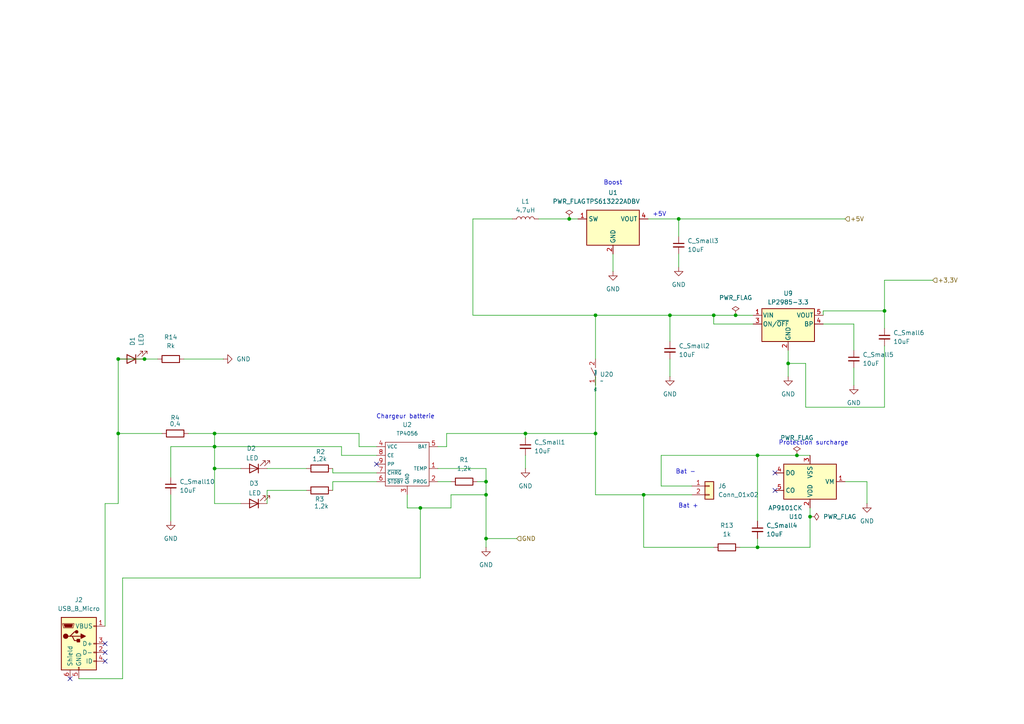
<source format=kicad_sch>
(kicad_sch (version 20231120) (generator "eeschema") (generator_version "8.0")
  (paper "A4")
  (lib_symbols
    (symbol "Battery_Management:AP9101CK"
      (property "Reference" "U" (at -7.62 6.35 0))
      (property "Value" "AP9101CK" (at 6.35 6.35 0))
      (symbol "AP9101CK_0_1"
        (rectangle (start -7.62 5.08) (end 7.62 -5.08) (stroke (width 0.254)) (fill (type background)))
      )
      (symbol "AP9101CK_1_1"
        (pin passive line (at -10.16 0 0) (length 2.54) (name "VM") (number "1"))
        (pin power_in line (at 0 7.62 270) (length 2.54) (name "VDD") (number "2"))
        (pin power_in line (at 0 -7.62 90) (length 2.54) (name "VSS") (number "3"))
        (pin output line (at 10.16 -2.54 180) (length 2.54) (name "DO") (number "4"))
        (pin output line (at 10.16 2.54 180) (length 2.54) (name "CO") (number "5"))
      )
    )
    (symbol "Connector:USB_B_Micro" (pin_names (offset 1.016))
      (property "Reference" "J" (at -5.08 11.43 0))
      (property "Value" "USB_B_Micro" (at -5.08 8.89 0))
      (symbol "USB_B_Micro_0_1"
        (rectangle (start -5.08 -7.62) (end 5.08 7.62) (stroke (width 0.254)) (fill (type background)))
        (circle (center -3.81 2.159) (radius 0.635) (stroke (width 0.254)) (fill (type outline)))
        (circle (center -0.635 3.429) (radius 0.381) (stroke (width 0.254)) (fill (type outline)))
        (rectangle (start -0.127 -7.62) (end 0.127 -6.858))
        (polyline (pts (xy -1.905 2.159) (xy 0.635 2.159)) (stroke (width 0.254)))
        (polyline (pts (xy -3.175 2.159) (xy -2.54 2.159) (xy -1.27 3.429) (xy -0.635 3.429)) (stroke (width 0.254)))
        (polyline (pts (xy -2.54 2.159) (xy -1.905 2.159) (xy -1.27 0.889) (xy 0 0.889)) (stroke (width 0.254)))
        (polyline (pts (xy 0.635 2.794) (xy 0.635 1.524) (xy 1.905 2.159) (xy 0.635 2.794)) (stroke (width 0.254)) (fill (type outline)))
        (polyline (pts (xy -4.318 5.588) (xy -1.778 5.588) (xy -2.032 4.826) (xy -4.064 4.826) (xy -4.318 5.588)) (fill (type outline)))
        (polyline (pts (xy -4.699 5.842) (xy -4.699 5.588) (xy -4.445 4.826) (xy -4.445 4.572) (xy -1.651 4.572) (xy -1.651 4.826) (xy -1.397 5.588) (xy -1.397 5.842) (xy -4.699 5.842)))
        (rectangle (start 0.254 1.27) (end -0.508 0.508) (stroke (width 0.254)) (fill (type outline)))
        (rectangle (start 5.08 -5.207) (end 4.318 -4.953))
        (rectangle (start 5.08 -2.667) (end 4.318 -2.413))
        (rectangle (start 5.08 -0.127) (end 4.318 0.127))
        (rectangle (start 5.08 4.953) (end 4.318 5.207))
      )
      (symbol "USB_B_Micro_1_1"
        (pin power_out line (at 7.62 5.08 180) (length 2.54) (name "VBUS") (number "1"))
        (pin bidirectional line (at 7.62 -2.54 180) (length 2.54) (name "D-") (number "2"))
        (pin bidirectional line (at 7.62 0 180) (length 2.54) (name "D+") (number "3"))
        (pin passive line (at 7.62 -5.08 180) (length 2.54) (name "ID") (number "4"))
        (pin power_out line (at 0 -10.16 90) (length 2.54) (name "GND") (number "5"))
        (pin passive line (at -2.54 -10.16 90) (length 2.54) (name "Shield") (number "6"))
      )
    )
    (symbol "Connector_Generic:Conn_01x02" (pin_names (offset 1.016) hide)
      (property "Reference" "J" (at 0 2.54 0))
      (property "Value" "Conn_01x02" (at 0 -5.08 0))
      (symbol "Conn_01x02_1_1"
        (rectangle (start -1.27 -2.413) (end 0 -2.667) (stroke (width 0.1524)))
        (rectangle (start -1.27 0.127) (end 0 -0.127) (stroke (width 0.1524)))
        (rectangle (start -1.27 1.27) (end 1.27 -3.81) (stroke (width 0.254)) (fill (type background)))
        (pin passive line (at -5.08 0 0) (length 3.81) (name "Pin_1") (number "1"))
        (pin passive line (at -5.08 -2.54 0) (length 3.81) (name "Pin_2") (number "2"))
      )
    )
    (symbol "Device:C_Small" (pin_numbers hide) (pin_names (offset 0.254) hide)
      (property "Reference" "C" (at 0.254 1.778 0))
      (property "Value" "C_Small" (at 0.254 -2.032 0))
      (symbol "C_Small_0_1"
        (polyline (pts (xy -1.524 -0.508) (xy 1.524 -0.508)) (stroke (width 0.3302)))
        (polyline (pts (xy -1.524 0.508) (xy 1.524 0.508)) (stroke (width 0.3048)))
      )
      (symbol "C_Small_1_1"
        (pin passive line (at 0 2.54 270) (length 2.032) (name "~") (number "1"))
        (pin passive line (at 0 -2.54 90) (length 2.032) (name "~") (number "2"))
      )
    )
    (symbol "Device:L" (pin_numbers hide) (pin_names (offset 1.016) hide)
      (property "Reference" "L" (at -1.27 0 90))
      (property "Value" "L" (at 1.905 0 90))
      (symbol "L_0_1"
        (arc (start 0 -2.54) (mid 0.6323 -1.905) (end 0 -1.27))
        (arc (start 0 -1.27) (mid 0.6323 -0.635) (end 0 0))
        (arc (start 0 0) (mid 0.6323 0.635) (end 0 1.27))
        (arc (start 0 1.27) (mid 0.6323 1.905) (end 0 2.54))
      )
      (symbol "L_1_1"
        (pin passive line (at 0 3.81 270) (length 1.27) (name "1") (number "1"))
        (pin passive line (at 0 -3.81 90) (length 1.27) (name "2") (number "2"))
      )
    )
    (symbol "Device:LED" (pin_numbers hide) (pin_names (offset 1.016) hide)
      (property "Reference" "D" (at 0 2.54 0))
      (property "Value" "LED" (at 0 -2.54 0))
      (symbol "LED_0_1"
        (polyline (pts (xy -1.27 -1.27) (xy -1.27 1.27)) (stroke (width 0.254)))
        (polyline (pts (xy -1.27 0) (xy 1.27 0)))
        (polyline (pts (xy 1.27 -1.27) (xy 1.27 1.27) (xy -1.27 0) (xy 1.27 -1.27)) (stroke (width 0.254)))
        (polyline (pts (xy -3.048 -0.762) (xy -4.572 -2.286) (xy -3.81 -2.286) (xy -4.572 -2.286) (xy -4.572 -1.524)))
        (polyline (pts (xy -1.778 -0.762) (xy -3.302 -2.286) (xy -2.54 -2.286) (xy -3.302 -2.286) (xy -3.302 -1.524)))
      )
      (symbol "LED_1_1"
        (pin passive line (at -3.81 0 0) (length 2.54) (name "K") (number "1"))
        (pin passive line (at 3.81 0 180) (length 2.54) (name "A") (number "2"))
      )
    )
    (symbol "Device:R" (pin_numbers hide) (pin_names (offset 0))
      (property "Reference" "R" (at 2.032 0 90))
      (property "Value" "R" (at 0 0 90))
      (symbol "R_0_1"
        (rectangle (start -1.016 -2.54) (end 1.016 2.54) (stroke (width 0.254)))
      )
      (symbol "R_1_1"
        (pin passive line (at 0 3.81 270) (length 1.27) (name "~") (number "1"))
        (pin passive line (at 0 -3.81 90) (length 1.27) (name "~") (number "2"))
      )
    )
    (symbol "New_Library:Switch_Rond"
      (property "Reference" "U" (at 0 0 0))
      (symbol "Switch_Rond_0_1"
        (polyline (pts (xy -3.81 0) (xy -1.27 1.27)))
      )
      (symbol "Switch_Rond_1_1"
        (pin input line (at -3.81 0 180) (length 2.54) (name "Vin") (number "1"))
        (pin input line (at 1.27 0 180) (length 2.54) (name "Vout") (number "2"))
      )
    )
    (symbol "Regulator_Linear:LP2985-3.3" (pin_names (offset 0.254))
      (property "Reference" "U" (at -6.35 5.715 0))
      (property "Value" "LP2985-3.3" (at 0 5.715 0))
      (symbol "LP2985-3.3_0_1"
        (rectangle (start -7.62 -5.08) (end 7.62 4.445) (stroke (width 0.254)) (fill (type background)))
      )
      (symbol "LP2985-3.3_1_1"
        (pin power_in line (at -10.16 2.54 0) (length 2.54) (name "VIN") (number "1"))
        (pin power_in line (at 0 -7.62 90) (length 2.54) (name "GND") (number "2"))
        (pin input line (at -10.16 0 0) (length 2.54) (name "ON/~{OFF}") (number "3"))
        (pin input line (at 10.16 0 180) (length 2.54) (name "BP") (number "4"))
        (pin power_out line (at 10.16 2.54 180) (length 2.54) (name "VOUT") (number "5"))
      )
    )
    (symbol "Regulator_Switching:TPS613222ADBV"
      (property "Reference" "U" (at -7.62 6.35 0))
      (property "Value" "TPS613222ADBV" (at 2.54 6.35 0))
      (symbol "TPS613222ADBV_0_1"
        (rectangle (start -7.62 5.08) (end 7.62 -5.08) (stroke (width 0.254)) (fill (type background)))
      )
      (symbol "TPS613222ADBV_1_1"
        (pin power_in line (at -10.16 2.54 0) (length 2.54) (name "SW") (number "1"))
        (pin power_in line (at 0 -7.62 90) (length 2.54) (name "GND") (number "2"))
        (pin no_connect line (at -7.62 -2.54 0) (length 2.54) hide (name "NC") (number "3"))
        (pin power_out line (at 10.16 2.54 180) (length 2.54) (name "VOUT") (number "4"))
        (pin no_connect line (at 7.62 -2.54 180) (length 2.54) hide (name "NC") (number "5"))
      )
    )
    (symbol "power:GND" (power) (pin_numbers hide) (pin_names (offset 0) hide)
      (property "Value" "GND" (at 0 -3.81 0))
      (symbol "GND_0_1"
        (polyline (pts (xy 0 0) (xy 0 -1.27) (xy 1.27 -1.27) (xy 0 -2.54) (xy -1.27 -1.27) (xy 0 -1.27)))
      )
      (symbol "GND_1_1"
        (pin power_in line (at 0 0 270) (length 0) (name "~") (number "1"))
      )
    )
    (symbol "power:PWR_FLAG" (power) (pin_numbers hide) (pin_names (offset 0) hide)
      (property "Value" "PWR_FLAG" (at 0 3.81 0))
      (symbol "PWR_FLAG_0_0"
        (pin power_out line (at 0 0 90) (length 0) (name "~") (number "1"))
      )
      (symbol "PWR_FLAG_0_1"
        (polyline (pts (xy 0 0) (xy 0 1.27) (xy -1.016 1.905) (xy 0 2.54) (xy 1.016 1.905) (xy 0 1.27)))
      )
    )
    (symbol "tp4056:TP4056"
      (property "Reference" "U" (at 1.27 13.97 0))
      (property "Value" "TP4056" (at 8.89 13.97 0))
      (symbol "TP4056_0_1"
        (rectangle (start 0 12.7) (end 12.7 0))
      )
      (symbol "TP4056_1_1"
        (pin input line (at 15.24 5.08 180) (length 2.54) (name "TEMP") (number "1"))
        (pin input line (at 15.24 1.27 180) (length 2.54) (name "PROG") (number "2"))
        (pin input line (at 6.35 -2.54 90) (length 2.54) (name "GND") (number "3"))
        (pin input line (at -2.54 11.43 0) (length 2.54) (name "VCC") (number "4"))
        (pin input line (at 15.24 11.43 180) (length 2.54) (name "BAT") (number "5"))
        (pin input line (at -2.54 1.27 0) (length 2.54) (name "~{STDBY}") (number "6"))
        (pin input line (at -2.54 3.81 0) (length 2.54) (name "~{CHRG}") (number "7"))
        (pin input line (at -2.54 8.89 0) (length 2.54) (name "CE") (number "8"))
        (pin input line (at -2.54 6.35 0) (length 2.54) (name "PP") (number "9"))
      )
    )
  )
  (junction (at 41.91 104.14))
  (junction (at 231.14 132.08))
  (junction (at 62.23 135.89))
  (junction (at 228.6 105.41))
  (junction (at 165.1 63.5))
  (junction (at 186.69 143.51))
  (junction (at 213.36 91.44))
  (junction (at 62.23 125.73))
  (junction (at 172.72 125.73))
  (junction (at 121.92 147.32))
  (junction (at 219.71 158.75))
  (junction (at 172.72 91.44))
  (junction (at 219.71 132.08))
  (junction (at 140.97 143.51))
  (junction (at 207.01 91.44))
  (junction (at 140.97 139.7))
  (junction (at 62.23 129.54))
  (junction (at 140.97 156.21))
  (junction (at 256.54 90.17))
  (junction (at 34.29 125.73))
  (junction (at 234.95 149.86))
  (junction (at 152.4 125.73))
  (junction (at 194.31 91.44))
  (junction (at 196.85 63.5))
  (junction (at 34.29 104.14))
  (no_connect (at 109.22 134.62))
  (no_connect (at 30.48 189.23))
  (no_connect (at 30.48 191.77))
  (no_connect (at 20.32 196.85))
  (no_connect (at 30.48 186.69))
  (no_connect (at 224.79 137.16))
  (no_connect (at 224.79 142.24))
  (wire (pts (xy 96.52 139.7) (xy 96.52 142.24)))
  (wire (pts (xy 30.48 146.05) (xy 30.48 181.61)))
  (wire (pts (xy 207.01 91.44) (xy 213.36 91.44)))
  (wire (pts (xy 231.14 132.08) (xy 234.95 132.08)))
  (wire (pts (xy 109.22 129.54) (xy 104.14 129.54)))
  (wire (pts (xy 127 139.7) (xy 130.81 139.7)))
  (wire (pts (xy 152.4 125.73) (xy 152.4 127)))
  (wire (pts (xy 118.11 147.32) (xy 121.92 147.32)))
  (wire (pts (xy 207.01 158.75) (xy 186.69 158.75)))
  (wire (pts (xy 196.85 63.5) (xy 196.85 68.58)))
  (wire (pts (xy 191.77 140.97) (xy 200.66 140.97)))
  (wire (pts (xy 156.21 63.5) (xy 165.1 63.5)))
  (wire (pts (xy 234.95 147.32) (xy 234.95 149.86)))
  (wire (pts (xy 130.81 147.32) (xy 130.81 143.51)))
  (wire (pts (xy 99.06 129.54) (xy 62.23 129.54)))
  (wire (pts (xy 127 135.89) (xy 140.97 135.89)))
  (wire (pts (xy 62.23 125.73) (xy 62.23 129.54)))
  (wire (pts (xy 140.97 156.21) (xy 140.97 158.75)))
  (wire (pts (xy 137.16 91.44) (xy 172.72 91.44)))
  (wire (pts (xy 256.54 81.28) (xy 256.54 90.17)))
  (wire (pts (xy 172.72 109.22) (xy 172.72 125.73)))
  (wire (pts (xy 62.23 146.05) (xy 69.85 146.05)))
  (wire (pts (xy 53.34 104.14) (xy 64.77 104.14)))
  (wire (pts (xy 152.4 125.73) (xy 172.72 125.73)))
  (wire (pts (xy 196.85 63.5) (xy 245.11 63.5)))
  (wire (pts (xy 34.29 146.05) (xy 30.48 146.05)))
  (wire (pts (xy 191.77 132.08) (xy 191.77 140.97)))
  (wire (pts (xy 130.81 143.51) (xy 140.97 143.51)))
  (wire (pts (xy 129.54 125.73) (xy 152.4 125.73)))
  (wire (pts (xy 219.71 132.08) (xy 219.71 151.13)))
  (wire (pts (xy 219.71 132.08) (xy 231.14 132.08)))
  (wire (pts (xy 172.72 143.51) (xy 172.72 125.73)))
  (wire (pts (xy 207.01 93.98) (xy 207.01 91.44)))
  (wire (pts (xy 233.68 105.41) (xy 228.6 105.41)))
  (wire (pts (xy 138.43 139.7) (xy 140.97 139.7)))
  (wire (pts (xy 49.53 129.54) (xy 49.53 138.43)))
  (wire (pts (xy 34.29 125.73) (xy 46.99 125.73)))
  (wire (pts (xy 219.71 132.08) (xy 191.77 132.08)))
  (wire (pts (xy 219.71 156.21) (xy 219.71 158.75)))
  (wire (pts (xy 219.71 158.75) (xy 234.95 158.75)))
  (wire (pts (xy 62.23 135.89) (xy 62.23 146.05)))
  (wire (pts (xy 233.68 118.11) (xy 233.68 105.41)))
  (wire (pts (xy 41.91 104.14) (xy 45.72 104.14)))
  (wire (pts (xy 127 129.54) (xy 129.54 129.54)))
  (wire (pts (xy 149.86 156.21) (xy 140.97 156.21)))
  (wire (pts (xy 152.4 132.08) (xy 152.4 135.89)))
  (wire (pts (xy 256.54 90.17) (xy 256.54 95.25)))
  (wire (pts (xy 196.85 63.5) (xy 187.96 63.5)))
  (wire (pts (xy 218.44 93.98) (xy 207.01 93.98)))
  (wire (pts (xy 121.92 147.32) (xy 130.81 147.32)))
  (wire (pts (xy 109.22 139.7) (xy 96.52 139.7)))
  (wire (pts (xy 77.47 142.24) (xy 77.47 146.05)))
  (wire (pts (xy 69.85 135.89) (xy 62.23 135.89)))
  (wire (pts (xy 234.95 149.86) (xy 234.95 158.75)))
  (wire (pts (xy 186.69 143.51) (xy 186.69 158.75)))
  (wire (pts (xy 35.56 167.64) (xy 35.56 196.85)))
  (wire (pts (xy 22.86 196.85) (xy 35.56 196.85)))
  (wire (pts (xy 194.31 104.14) (xy 194.31 109.22)))
  (wire (pts (xy 129.54 129.54) (xy 129.54 125.73)))
  (wire (pts (xy 228.6 101.6) (xy 228.6 105.41)))
  (wire (pts (xy 256.54 90.17) (xy 238.76 90.17)))
  (wire (pts (xy 196.85 73.66) (xy 196.85 77.47)))
  (wire (pts (xy 213.36 91.44) (xy 218.44 91.44)))
  (wire (pts (xy 54.61 125.73) (xy 62.23 125.73)))
  (wire (pts (xy 186.69 143.51) (xy 200.66 143.51)))
  (wire (pts (xy 77.47 135.89) (xy 88.9 135.89)))
  (wire (pts (xy 109.22 132.08) (xy 99.06 132.08)))
  (wire (pts (xy 34.29 125.73) (xy 34.29 146.05)))
  (wire (pts (xy 34.29 104.14) (xy 41.91 104.14)))
  (wire (pts (xy 34.29 104.14) (xy 34.29 125.73)))
  (wire (pts (xy 104.14 129.54) (xy 104.14 125.73)))
  (wire (pts (xy 137.16 63.5) (xy 137.16 91.44)))
  (wire (pts (xy 109.22 137.16) (xy 96.52 137.16)))
  (wire (pts (xy 118.11 143.51) (xy 118.11 147.32)))
  (wire (pts (xy 245.11 139.7) (xy 251.46 139.7)))
  (wire (pts (xy 256.54 100.33) (xy 256.54 118.11)))
  (wire (pts (xy 49.53 129.54) (xy 62.23 129.54)))
  (wire (pts (xy 194.31 91.44) (xy 194.31 99.06)))
  (wire (pts (xy 238.76 90.17) (xy 238.76 91.44)))
  (wire (pts (xy 270.51 81.28) (xy 256.54 81.28)))
  (wire (pts (xy 137.16 63.5) (xy 148.59 63.5)))
  (wire (pts (xy 99.06 132.08) (xy 99.06 129.54)))
  (wire (pts (xy 121.92 167.64) (xy 121.92 147.32)))
  (wire (pts (xy 194.31 91.44) (xy 207.01 91.44)))
  (wire (pts (xy 96.52 137.16) (xy 96.52 135.89)))
  (wire (pts (xy 233.68 118.11) (xy 256.54 118.11)))
  (wire (pts (xy 62.23 125.73) (xy 104.14 125.73)))
  (wire (pts (xy 251.46 139.7) (xy 251.46 146.05)))
  (wire (pts (xy 247.65 106.68) (xy 247.65 111.76)))
  (wire (pts (xy 35.56 167.64) (xy 121.92 167.64)))
  (wire (pts (xy 140.97 143.51) (xy 140.97 156.21)))
  (wire (pts (xy 238.76 93.98) (xy 247.65 93.98)))
  (wire (pts (xy 228.6 105.41) (xy 228.6 109.22)))
  (wire (pts (xy 140.97 135.89) (xy 140.97 139.7)))
  (wire (pts (xy 172.72 91.44) (xy 172.72 104.14)))
  (wire (pts (xy 214.63 158.75) (xy 219.71 158.75)))
  (wire (pts (xy 49.53 143.51) (xy 49.53 151.13)))
  (wire (pts (xy 165.1 63.5) (xy 167.64 63.5)))
  (wire (pts (xy 247.65 93.98) (xy 247.65 101.6)))
  (wire (pts (xy 140.97 139.7) (xy 140.97 143.51)))
  (wire (pts (xy 62.23 129.54) (xy 62.23 135.89)))
  (wire (pts (xy 172.72 143.51) (xy 186.69 143.51)))
  (wire (pts (xy 172.72 91.44) (xy 194.31 91.44)))
  (wire (pts (xy 177.8 73.66) (xy 177.8 78.74)))
  (wire (pts (xy 88.9 142.24) (xy 77.47 142.24)))
  (text "Protection surcharge\n" (at 235.966 128.524 0) (effects (font (size 1.27 1.27))))
  (text "Boost" (at 177.8 53.086 0) (effects (font (size 1.27 1.27))))
  (text "Chargeur batterie" (at 117.602 120.904 0) (effects (font (size 1.27 1.27))))
  (text "Bat +" (at 199.644 146.812 0) (effects (font (size 1.27 1.27))))
  (text "Bat -" (at 198.882 136.906 0) (effects (font (size 1.27 1.27))))
  (text "+5V" (at 191.262 62.23 0) (effects (font (size 1.27 1.27))))
  (hierarchical_label "+5V" (shape input) (at 245.11 63.5 0))
  (hierarchical_label "GND" (shape input) (at 149.86 156.21 0))
  (hierarchical_label "+3,3V" (shape input) (at 270.51 81.28 0))
  (symbol (lib_id "Device:R") (at 92.71 135.89 90) (unit 1)
    (property "Reference" "R2" (at 92.964 131.064 90))
    (property "Value" "1,2k" (at 92.71 133.096 90))
    (property "Footprint" "Resistor_SMD:R_0805_2012Metric_Pad1.20x1.40mm_HandSolder" (effects (hide yes)))
    (property "Description" "Resistor" (effects (hide yes)))
  )
  (symbol (lib_id "Device:LED") (at 38.1 104.14 180) (unit 1)
    (property "Reference" "D1" (at 38.4174 100.33 90) (effects (justify right)))
    (property "Value" "LED" (at 40.9574 100.33 90) (effects (justify right)))
    (property "Footprint" "LED_SMD:LED_0603_1608Metric_Pad1.05x0.95mm_HandSolder" (effects (hide yes)))
    (property "Description" "Light emitting diode" (effects (hide yes)))
  )
  (symbol (lib_id "Device:R") (at 92.71 142.24 90) (unit 1)
    (property "Reference" "R3" (at 92.71 144.78 90))
    (property "Value" "1,2k" (at 93.218 146.812 90))
    (property "Footprint" "Resistor_SMD:R_0805_2012Metric_Pad1.20x1.40mm_HandSolder" (effects (hide yes)))
    (property "Description" "Resistor" (effects (hide yes)))
  )
  (symbol (lib_id "Device:C_Small") (at 247.65 104.14 0) (unit 1)
    (property "Reference" "C_Small5" (at 250.19 102.8762 0) (effects (justify left)))
    (property "Value" "10uF" (at 250.19 105.4162 0) (effects (justify left)))
    (property "Footprint" "Capacitor_SMD:C_0603_1608Metric_Pad1.08x0.95mm_HandSolder" (effects (hide yes)))
    (property "Description" "Unpolarized capacitor, small symbol" (effects (hide yes)))
  )
  (symbol (lib_id "Device:LED") (at 73.66 146.05 180) (unit 1)
    (property "Reference" "D3" (at 73.66 140.208 0))
    (property "Value" "LED" (at 73.914 143.002 0))
    (property "Footprint" "LED_SMD:LED_0603_1608Metric_Pad1.05x0.95mm_HandSolder" (effects (hide yes)))
    (property "Description" "Light emitting diode" (effects (hide yes)))
  )
  (symbol (lib_id "Device:C_Small") (at 49.53 140.97 0) (unit 1)
    (property "Reference" "C_Small10" (at 52.07 139.7062 0) (effects (justify left)))
    (property "Value" "10uF" (at 52.07 142.2462 0) (effects (justify left)))
    (property "Footprint" "Capacitor_SMD:C_0603_1608Metric_Pad1.08x0.95mm_HandSolder" (effects (hide yes)))
    (property "Description" "Unpolarized capacitor, small symbol" (effects (hide yes)))
  )
  (symbol (lib_id "Device:R") (at 49.53 104.14 90) (unit 1)
    (property "Reference" "R14" (at 49.53 97.79 90))
    (property "Value" "Rk" (at 49.53 100.33 90))
    (property "Footprint" "Resistor_SMD:R_0805_2012Metric_Pad1.20x1.40mm_HandSolder" (effects (hide yes)))
    (property "Description" "Resistor" (effects (hide yes)))
  )
  (symbol (lib_id "power:GND") (at 228.6 109.22 0) (unit 1)
    (property "Reference" "#PWR039" (effects (hide yes)))
    (property "Value" "GND" (at 228.6 114.3 0))
    (property "Description" "Power symbol creates a global label with name \"GND\" , ground" (effects (hide yes)))
  )
  (symbol (lib_id "Device:LED") (at 73.66 135.89 180) (unit 1)
    (property "Reference" "D2" (at 72.898 130.048 0))
    (property "Value" "LED" (at 73.152 132.842 0))
    (property "Footprint" "LED_SMD:LED_0603_1608Metric_Pad1.05x0.95mm_HandSolder" (effects (hide yes)))
    (property "Description" "Light emitting diode" (effects (hide yes)))
  )
  (symbol (lib_id "power:GND") (at 247.65 111.76 0) (unit 1)
    (property "Reference" "#PWR038" (effects (hide yes)))
    (property "Value" "GND" (at 247.65 116.84 0))
    (property "Description" "Power symbol creates a global label with name \"GND\" , ground" (effects (hide yes)))
  )
  (symbol (lib_id "power:GND") (at 251.46 146.05 0) (unit 1)
    (property "Reference" "#PWR037" (effects (hide yes)))
    (property "Value" "GND" (at 251.46 151.13 0))
    (property "Description" "Power symbol creates a global label with name \"GND\" , ground" (effects (hide yes)))
  )
  (symbol (lib_id "power:GND") (at 194.31 109.22 0) (unit 1)
    (property "Reference" "#PWR040" (effects (hide yes)))
    (property "Value" "GND" (at 194.31 114.3 0))
    (property "Description" "Power symbol creates a global label with name \"GND\" , ground" (effects (hide yes)))
  )
  (symbol (lib_id "power:GND") (at 152.4 135.89 0) (unit 1)
    (property "Reference" "#PWR02" (effects (hide yes)))
    (property "Value" "GND" (at 152.4 140.97 0))
    (property "Description" "Power symbol creates a global label with name \"GND\" , ground" (effects (hide yes)))
  )
  (symbol (lib_id "Device:C_Small") (at 152.4 129.54 0) (unit 1)
    (property "Reference" "C_Small1" (at 154.94 128.2762 0) (effects (justify left)))
    (property "Value" "10uF" (at 154.94 130.8162 0) (effects (justify left)))
    (property "Footprint" "Capacitor_SMD:C_0603_1608Metric_Pad1.08x0.95mm_HandSolder" (effects (hide yes)))
    (property "Description" "Unpolarized capacitor, small symbol" (effects (hide yes)))
  )
  (symbol (lib_id "power:GND") (at 177.8 78.74 0) (unit 1)
    (property "Reference" "#PWR01" (effects (hide yes)))
    (property "Value" "GND" (at 177.8 83.82 0))
    (property "Description" "Power symbol creates a global label with name \"GND\" , ground" (effects (hide yes)))
  )
  (symbol (lib_id "Regulator_Linear:LP2985-3.3") (at 228.6 93.98 0) (unit 1)
    (property "Reference" "U9" (at 228.6 85.09 0))
    (property "Value" "LP2985-3.3" (at 228.6 87.63 0))
    (property "Footprint" "Package_TO_SOT_SMD:SOT-23-5" (effects (hide yes)))
    (property "Datasheet" "http://www.ti.com/lit/ds/symlink/lp2985.pdf" (effects (hide yes)))
    (property "Description" "150mA 16V Low-noise Low-dropout Regulator With Shutdown, 3.3V output voltage, SOT-23-5" (effects (hide yes)))
  )
  (symbol (lib_id "New_Library:Switch_Rond") (at 172.72 105.41 90) (unit 1)
    (property "Reference" "U20" (at 173.99 108.5849 90) (effects (justify right)))
    (property "Value" "~" (at 173.99 110.49 90) (effects (justify right)))
    (property "Footprint" "Library:Switch rond" (effects (hide yes)))
  )
  (symbol (lib_id "Device:C_Small") (at 196.85 71.12 0) (unit 1)
    (property "Reference" "C_Small3" (at 199.39 69.8562 0) (effects (justify left)))
    (property "Value" "10uF" (at 199.39 72.3962 0) (effects (justify left)))
    (property "Footprint" "Capacitor_SMD:C_0603_1608Metric_Pad1.08x0.95mm_HandSolder" (effects (hide yes)))
    (property "Description" "Unpolarized capacitor, small symbol" (effects (hide yes)))
  )
  (symbol (lib_id "Connector:USB_B_Micro") (at 22.86 186.69 0) (unit 1)
    (property "Reference" "J2" (at 22.86 173.99 0))
    (property "Value" "USB_B_Micro" (at 22.86 176.53 0))
    (property "Footprint" "Connector_USB:USB_Micro-B_Molex-105017-0001" (effects (hide yes)))
    (property "Description" "USB Micro Type B connector" (effects (hide yes)))
  )
  (symbol (lib_id "Regulator_Switching:TPS613222ADBV") (at 177.8 66.04 0) (unit 1)
    (property "Reference" "U1" (at 177.8 55.88 0))
    (property "Value" "TPS613222ADBV" (at 177.8 58.42 0))
    (property "Footprint" "Package_TO_SOT_SMD:SOT-23-5" (effects (hide yes)))
    (property "Datasheet" "http://www.ti.com/lit/ds/symlink/tps61322.pdf" (effects (hide yes)))
    (property "Description" "1.8A Step-Up Converter, 5V Output Voltage, 0.9-5.5V Input Voltage, SOT-23-5" (effects (hide yes)))
  )
  (symbol (lib_id "power:GND") (at 196.85 77.47 0) (unit 1)
    (property "Reference" "#PWR03" (effects (hide yes)))
    (property "Value" "GND" (at 196.85 82.55 0))
    (property "Description" "Power symbol creates a global label with name \"GND\" , ground" (effects (hide yes)))
  )
  (symbol (lib_id "Battery_Management:AP9101CK") (at 234.95 139.7 180) (unit 1)
    (property "Reference" "U10" (at 232.7559 149.86 0) (effects (justify left)))
    (property "Value" "AP9101CK" (at 232.7559 147.32 0) (effects (justify left)))
    (property "Footprint" "Package_TO_SOT_SMD:SOT-23-5" (effects (hide yes)))
    (property "Datasheet" "https://www.diodes.com/assets/Datasheets/AP9101C.pdf" (effects (hide yes)))
    (property "Description" "Li+ Battery Protection IC for Single Cell Pack, SOT-23-5" (effects (hide yes)))
  )
  (symbol (lib_id "power:PWR_FLAG") (at 213.36 91.44 0) (unit 1)
    (property "Reference" "#FLG01" (effects (hide yes)))
    (property "Value" "PWR_FLAG" (at 213.36 86.36 0))
    (property "Description" "Special symbol for telling ERC where power comes from" (effects (hide yes)))
  )
  (symbol (lib_id "Device:L") (at 152.4 63.5 90) (unit 1)
    (property "Reference" "L1" (at 152.4 58.42 90))
    (property "Value" "4.7uH" (at 152.4 60.96 90))
    (property "Footprint" "Inductor_SMD:L_0805_2012Metric_Pad1.05x1.20mm_HandSolder" (effects (hide yes)))
    (property "Description" "Inductor" (effects (hide yes)))
  )
  (symbol (lib_id "power:GND") (at 64.77 104.14 90) (unit 1)
    (property "Reference" "#PWR028" (effects (hide yes)))
    (property "Value" "GND" (at 68.58 104.1399 90) (effects (justify right)))
    (property "Description" "Power symbol creates a global label with name \"GND\" , ground" (effects (hide yes)))
  )
  (symbol (lib_id "Connector_Generic:Conn_01x02") (at 205.74 140.97 0) (unit 1)
    (property "Reference" "J6" (at 208.28 140.9699 0) (effects (justify left)))
    (property "Value" "Conn_01x02" (at 208.28 143.5099 0) (effects (justify left)))
    (property "Footprint" "Connector_JST:JST_XH_B2B-XH-A_1x02_P2.50mm_Vertical" (effects (hide yes)))
    (property "Description" "Generic connector, single row, 01x02, script generated (kicad-library-utils/schlib/autogen/connector/)" (effects (hide yes)))
  )
  (symbol (lib_id "Device:R") (at 50.8 125.73 90) (unit 1)
    (property "Reference" "R4" (at 50.8 121.158 90))
    (property "Value" "0,4" (at 50.8 122.936 90))
    (property "Footprint" "Resistor_SMD:R_0805_2012Metric_Pad1.20x1.40mm_HandSolder" (effects (hide yes)))
    (property "Description" "Resistor" (effects (hide yes)))
  )
  (symbol (lib_id "Device:C_Small") (at 194.31 101.6 0) (unit 1)
    (property "Reference" "C_Small2" (at 196.85 100.3362 0) (effects (justify left)))
    (property "Value" "10uF" (at 196.85 102.8762 0) (effects (justify left)))
    (property "Footprint" "Capacitor_SMD:C_0603_1608Metric_Pad1.08x0.95mm_HandSolder" (effects (hide yes)))
    (property "Description" "Unpolarized capacitor, small symbol" (effects (hide yes)))
  )
  (symbol (lib_id "power:PWR_FLAG") (at 165.1 63.5 0) (unit 1)
    (property "Reference" "#FLG02" (effects (hide yes)))
    (property "Value" "PWR_FLAG" (at 165.1 58.42 0))
    (property "Description" "Special symbol for telling ERC where power comes from" (effects (hide yes)))
  )
  (symbol (lib_id "power:PWR_FLAG") (at 234.95 149.86 270) (unit 1)
    (property "Reference" "#FLG06" (effects (hide yes)))
    (property "Value" "PWR_FLAG" (at 238.76 149.8599 90) (effects (justify left)))
    (property "Description" "Special symbol for telling ERC where power comes from" (effects (hide yes)))
  )
  (symbol (lib_id "Device:C_Small") (at 219.71 153.67 0) (unit 1)
    (property "Reference" "C_Small4" (at 222.25 152.4062 0) (effects (justify left)))
    (property "Value" "10uF" (at 222.25 154.9462 0) (effects (justify left)))
    (property "Footprint" "Capacitor_SMD:C_0603_1608Metric_Pad1.08x0.95mm_HandSolder" (effects (hide yes)))
    (property "Description" "Unpolarized capacitor, small symbol" (effects (hide yes)))
  )
  (symbol (lib_id "Device:R") (at 134.62 139.7 90) (unit 1)
    (property "Reference" "R1" (at 134.62 133.35 90))
    (property "Value" "1,2k" (at 134.62 135.89 90))
    (property "Footprint" "Resistor_SMD:R_0805_2012Metric_Pad1.20x1.40mm_HandSolder" (effects (hide yes)))
    (property "Description" "Resistor" (effects (hide yes)))
  )
  (symbol (lib_id "Device:C_Small") (at 256.54 97.79 0) (unit 1)
    (property "Reference" "C_Small6" (at 259.08 96.5262 0) (effects (justify left)))
    (property "Value" "10uF" (at 259.08 99.0662 0) (effects (justify left)))
    (property "Footprint" "Capacitor_SMD:C_0603_1608Metric_Pad1.08x0.95mm_HandSolder" (effects (hide yes)))
    (property "Description" "Unpolarized capacitor, small symbol" (effects (hide yes)))
  )
  (symbol (lib_id "power:PWR_FLAG") (at 231.14 132.08 0) (unit 1)
    (property "Reference" "#FLG03" (effects (hide yes)))
    (property "Value" "PWR_FLAG" (at 231.14 127 0))
    (property "Description" "Special symbol for telling ERC where power comes from" (effects (hide yes)))
  )
  (symbol (lib_id "power:GND") (at 49.53 151.13 0) (unit 1)
    (property "Reference" "#PWR04" (effects (hide yes)))
    (property "Value" "GND" (at 49.53 156.21 0))
    (property "Description" "Power symbol creates a global label with name \"GND\" , ground" (effects (hide yes)))
  )
  (symbol (lib_id "Device:R") (at 210.82 158.75 90) (unit 1)
    (property "Reference" "R13" (at 210.82 152.4 90))
    (property "Value" "1k" (at 210.82 154.94 90))
    (property "Footprint" "Resistor_SMD:R_0805_2012Metric_Pad1.20x1.40mm_HandSolder" (effects (hide yes)))
    (property "Description" "Resistor" (effects (hide yes)))
  )
  (symbol (lib_id "tp4056:TP4056") (at 111.76 140.97 0) (unit 1)
    (property "Reference" "U2" (at 118.11 123.19 0))
    (property "Value" "TP4056" (at 118.11 125.73 0) (effects (font (size 1.1 1.1))))
    (property "Footprint" "Package_SO:SOIC-8-1EP_3.9x4.9mm_P1.27mm_EP2.29x3mm" (effects (hide yes)))
    (property "Description" "TP4056" (effects (hide yes)))
  )
  (symbol (lib_id "power:GND") (at 140.97 158.75 0) (unit 1)
    (property "Reference" "#PWR036" (effects (hide yes)))
    (property "Value" "GND" (at 140.97 163.83 0))
    (property "Description" "Power symbol creates a global label with name \"GND\" , ground" (effects (hide yes)))
  )
)
</source>
